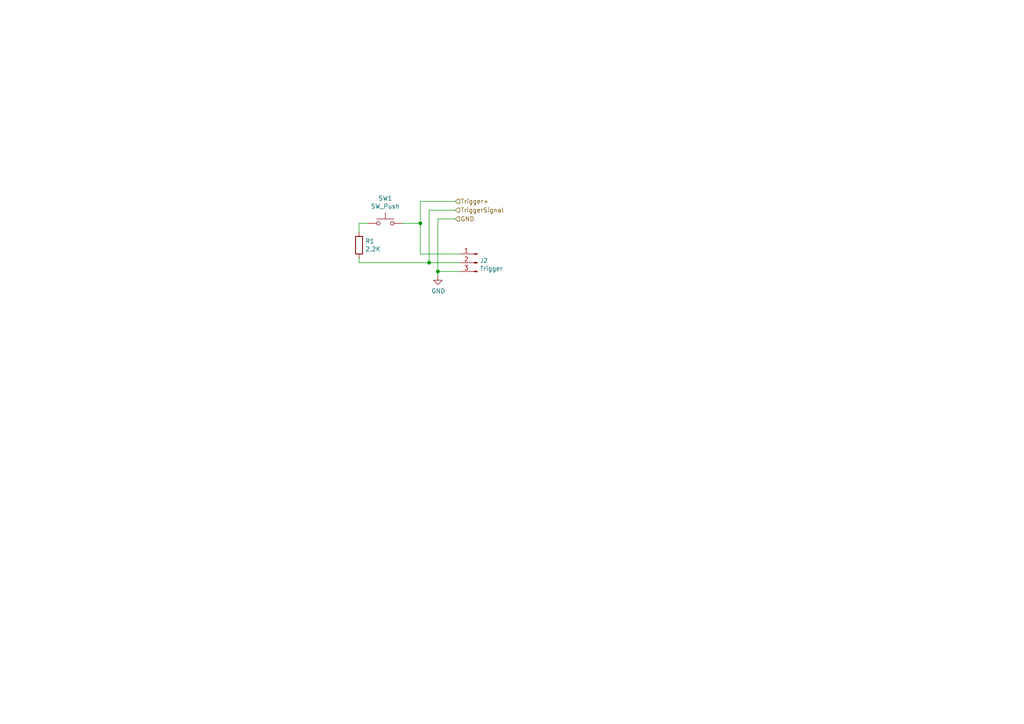
<source format=kicad_sch>
(kicad_sch (version 20211123) (generator eeschema)
  (paper "A4")
  (title_block (title "Manual Trigger") (date "2021-05-20") (rev "1"))
  (lib_symbols
    (symbol "Connector:Conn_01x03_Male" (pin_names (offset 1.016) hide)
      (property "Reference" "J" (at 0 5.08 0))
      (property "Value" "Conn_01x03_Male" (at 0 -5.08 0))
      (symbol "Conn_01x03_Male_1_1"
        (polyline (pts (xy 1.27 -2.54) (xy 0.8636 -2.54)) (stroke (width 0.1524)))
        (polyline (pts (xy 1.27 0) (xy 0.8636 0)) (stroke (width 0.1524)))
        (polyline (pts (xy 1.27 2.54) (xy 0.8636 2.54)) (stroke (width 0.1524)))
        (rectangle (start 0.8636 -2.413) (end 0 -2.667) (stroke (width 0.1524)) (fill (type outline)))
        (rectangle (start 0.8636 0.127) (end 0 -0.127) (stroke (width 0.1524)) (fill (type outline)))
        (rectangle (start 0.8636 2.667) (end 0 2.413) (stroke (width 0.1524)) (fill (type outline)))
        (pin passive line (at 5.08 2.54 180) (length 3.81) (name "Pin_1") (number "1"))
        (pin passive line (at 5.08 0 180) (length 3.81) (name "Pin_2") (number "2"))
        (pin passive line (at 5.08 -2.54 180) (length 3.81) (name "Pin_3") (number "3"))
      )
    )
    (symbol "Device:R" (pin_numbers hide) (pin_names (offset 0))
      (property "Reference" "R" (at 2.032 0 90))
      (property "Value" "R" (at 0 0 90))
      (symbol "R_0_1"
        (rectangle (start -1.016 -2.54) (end 1.016 2.54) (stroke (width 0.254)))
      )
      (symbol "R_1_1"
        (pin passive line (at 0 3.81 270) (length 1.27) (name "~") (number "1"))
        (pin passive line (at 0 -3.81 90) (length 1.27) (name "~") (number "2"))
      )
    )
    (symbol "Switch:SW_Push" (pin_numbers hide) (pin_names (offset 1.016) hide)
      (property "Reference" "SW" (at 1.27 2.54 0))
      (property "Value" "SW_Push" (at 0 -1.524 0))
      (symbol "SW_Push_0_1"
        (circle (center -2.032 0) (radius 0.508))
        (polyline (pts (xy 0 1.27) (xy 0 3.048)))
        (polyline (pts (xy 2.54 1.27) (xy -2.54 1.27)))
        (circle (center 2.032 0) (radius 0.508))
        (pin passive line (at -5.08 0 0) (length 2.54) (name "1") (number "1"))
        (pin passive line (at 5.08 0 180) (length 2.54) (name "2") (number "2"))
      )
    )
    (symbol "power:GND" (power) (pin_names (offset 0))
      (property "Value" "GND" (at 0 -3.81 0))
      (symbol "GND_0_1"
        (polyline (pts (xy 0 0) (xy 0 -1.27) (xy 1.27 -1.27) (xy 0 -2.54) (xy -1.27 -1.27) (xy 0 -1.27)))
      )
      (symbol "GND_1_1"
        (pin power_in line (at 0 0 270) (length 0) hide (name "GND") (number "1"))
      )
    )
  )
  (junction (at 127 78.74))
  (junction (at 124.46 76.2))
  (junction (at 121.92 64.77))
  (wire (pts (xy 127 63.5) (xy 132.08 63.5)))
  (wire (pts (xy 124.46 60.96) (xy 124.46 76.2)))
  (wire (pts (xy 121.92 73.66) (xy 133.35 73.66)))
  (wire (pts (xy 121.92 58.42) (xy 121.92 64.77)))
  (wire (pts (xy 104.14 74.93) (xy 104.14 76.2)))
  (wire (pts (xy 124.46 76.2) (xy 133.35 76.2)))
  (wire (pts (xy 127 80.01) (xy 127 78.74)))
  (wire (pts (xy 121.92 58.42) (xy 132.08 58.42)))
  (wire (pts (xy 124.46 76.2) (xy 104.14 76.2)))
  (wire (pts (xy 106.68 64.77) (xy 104.14 64.77)))
  (wire (pts (xy 132.08 60.96) (xy 124.46 60.96)))
  (wire (pts (xy 104.14 64.77) (xy 104.14 67.31)))
  (wire (pts (xy 127 63.5) (xy 127 78.74)))
  (wire (pts (xy 127 78.74) (xy 133.35 78.74)))
  (wire (pts (xy 121.92 73.66) (xy 121.92 64.77)))
  (wire (pts (xy 121.92 64.77) (xy 116.84 64.77)))
  (hierarchical_label "Trigger+" (shape input) (at 132.08 58.42 0))
  (hierarchical_label "TriggerSignal" (shape input) (at 132.08 60.96 0))
  (hierarchical_label "GND" (shape input) (at 132.08 63.5 0))
  (symbol (lib_id "Switch:SW_Push") (at 111.76 64.77 0) (unit 1)
    (property "Reference" "SW1" (at 111.76 57.531 0))
    (property "Value" "SW_Push" (at 111.76 59.8424 0))
    (property "Footprint" "Connector_PinHeader_2.54mm:PinHeader_1x02_P2.54mm_Vertical" (effects hide))
  )
  (symbol (lib_id "Connector:Conn_01x03_Male") (at 138.43 76.2 0) (mirror y) (unit 1)
    (property "Reference" "J2" (at 139.1412 75.5904 0) (effects (justify right)))
    (property "Value" "Trigger" (at 139.1412 77.9018 0) (effects (justify right)))
    (property "Footprint" "Connector_PinHeader_2.54mm:PinHeader_1x03_P2.54mm_Vertical" (effects hide))
  )
  (symbol (lib_id "power:GND") (at 127 80.01 0) (unit 1)
    (property "Reference" "#PWR0101" (effects hide))
    (property "Value" "GND" (at 127.127 84.4042 0))
  )
  (symbol (lib_id "Device:R") (at 104.14 71.12 0) (unit 1)
    (property "Reference" "R1" (at 105.918 69.9516 0) (effects (justify left)))
    (property "Value" "2.2K" (at 105.918 72.263 0) (effects (justify left)))
    (property "Footprint" "Resistor_THT:R_Axial_DIN0207_L6.3mm_D2.5mm_P7.62mm_Horizontal" (effects hide))
  )
)
</source>
